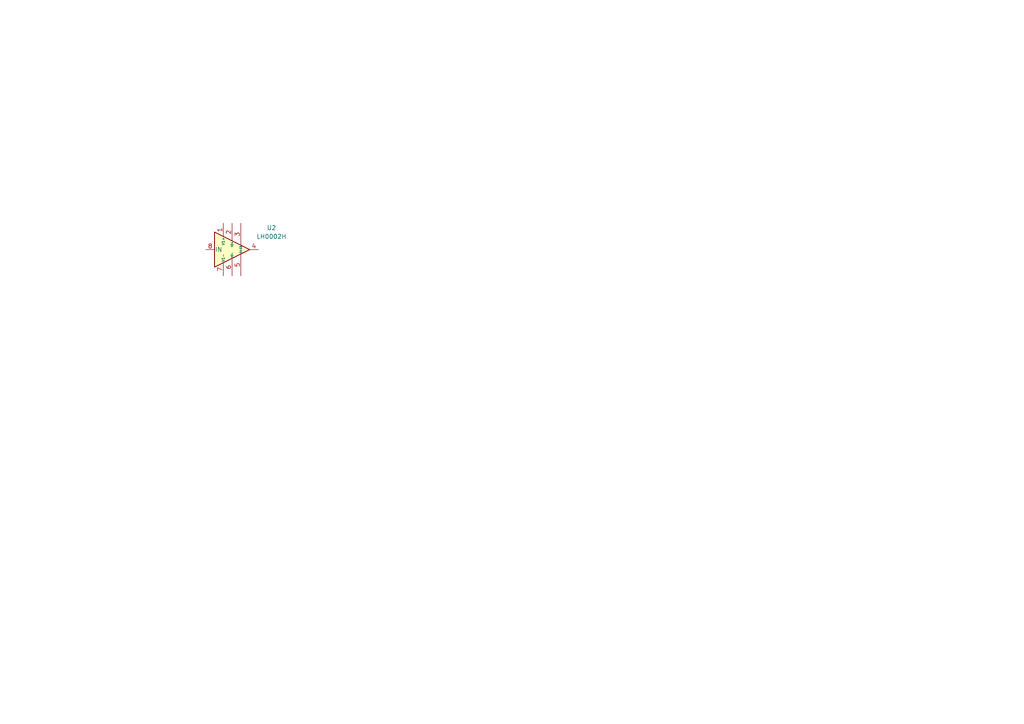
<source format=kicad_sch>
(kicad_sch
	(version 20231120)
	(generator "eeschema")
	(generator_version "8.0")
	(uuid "6276f13c-eab3-422f-8c5f-0d99d477f1fd")
	(paper "A4")
	(lib_symbols
		(symbol "Amplifier_Buffer:LH0002H"
			(pin_names
				(offset 0.127)
			)
			(exclude_from_sim no)
			(in_bom yes)
			(on_board yes)
			(property "Reference" "U"
				(at 6.35 2.54 0)
				(effects
					(font
						(size 1.27 1.27)
					)
				)
			)
			(property "Value" "LH0002H"
				(at 7.62 -2.54 0)
				(effects
					(font
						(size 1.27 1.27)
					)
				)
			)
			(property "Footprint" "Package_TO_SOT_THT:TO-5-8"
				(at 0 0 0)
				(effects
					(font
						(size 1.27 1.27)
					)
					(hide yes)
				)
			)
			(property "Datasheet" "http://www.calogic.net/pdf/LH0002_Datasheet_Rev_A.pdf"
				(at 0 0 0)
				(effects
					(font
						(size 1.27 1.27)
					)
					(hide yes)
				)
			)
			(property "Description" "Wide-Band, High Current, Unity Gain Buffer Amplifier, TO-5-8"
				(at 0 0 0)
				(effects
					(font
						(size 1.27 1.27)
					)
					(hide yes)
				)
			)
			(property "ki_keywords" "Buffer"
				(at 0 0 0)
				(effects
					(font
						(size 1.27 1.27)
					)
					(hide yes)
				)
			)
			(property "ki_fp_filters" "TO?5*"
				(at 0 0 0)
				(effects
					(font
						(size 1.27 1.27)
					)
					(hide yes)
				)
			)
			(symbol "LH0002H_0_1"
				(polyline
					(pts
						(xy 5.08 0) (xy -5.08 5.08) (xy -5.08 -5.08) (xy 5.08 0)
					)
					(stroke
						(width 0.254)
						(type default)
					)
					(fill
						(type background)
					)
				)
			)
			(symbol "LH0002H_1_1"
				(pin power_in line
					(at -2.54 7.62 270)
					(length 3.81)
					(name "V1+"
						(effects
							(font
								(size 0.762 0.762)
							)
						)
					)
					(number "1"
						(effects
							(font
								(size 1.27 1.27)
							)
						)
					)
				)
				(pin power_in line
					(at 0 7.62 270)
					(length 5.08)
					(name "V2+"
						(effects
							(font
								(size 0.508 0.508)
							)
						)
					)
					(number "2"
						(effects
							(font
								(size 1.27 1.27)
							)
						)
					)
				)
				(pin passive line
					(at 2.54 7.62 270)
					(length 6.35)
					(name "E3"
						(effects
							(font
								(size 0.508 0.508)
							)
						)
					)
					(number "3"
						(effects
							(font
								(size 1.27 1.27)
							)
						)
					)
				)
				(pin output line
					(at 7.62 0 180)
					(length 2.54)
					(name "~"
						(effects
							(font
								(size 1.27 1.27)
							)
						)
					)
					(number "4"
						(effects
							(font
								(size 1.27 1.27)
							)
						)
					)
				)
				(pin passive line
					(at 2.54 -7.62 90)
					(length 6.35)
					(name "E4"
						(effects
							(font
								(size 0.508 0.508)
							)
						)
					)
					(number "5"
						(effects
							(font
								(size 1.27 1.27)
							)
						)
					)
				)
				(pin power_in line
					(at 0 -7.62 90)
					(length 5.08)
					(name "V2-"
						(effects
							(font
								(size 0.508 0.508)
							)
						)
					)
					(number "6"
						(effects
							(font
								(size 1.27 1.27)
							)
						)
					)
				)
				(pin power_in line
					(at -2.54 -7.62 90)
					(length 3.81)
					(name "V1-"
						(effects
							(font
								(size 0.762 0.762)
							)
						)
					)
					(number "7"
						(effects
							(font
								(size 1.27 1.27)
							)
						)
					)
				)
				(pin input line
					(at -7.62 0 0)
					(length 2.54)
					(name "IN"
						(effects
							(font
								(size 1.27 1.27)
							)
						)
					)
					(number "8"
						(effects
							(font
								(size 1.27 1.27)
							)
						)
					)
				)
			)
		)
	)
	(symbol
		(lib_id "Amplifier_Buffer:LH0002H")
		(at 67.31 72.39 0)
		(unit 1)
		(exclude_from_sim no)
		(in_bom yes)
		(on_board yes)
		(dnp no)
		(fields_autoplaced yes)
		(uuid "4fdd358b-4d92-49ab-860b-abafddaf05d7")
		(property "Reference" "U2"
			(at 78.74 66.0714 0)
			(effects
				(font
					(size 1.27 1.27)
				)
			)
		)
		(property "Value" "LH0002H"
			(at 78.74 68.6114 0)
			(effects
				(font
					(size 1.27 1.27)
				)
			)
		)
		(property "Footprint" "Package_TO_SOT_THT:TO-5-8"
			(at 67.31 72.39 0)
			(effects
				(font
					(size 1.27 1.27)
				)
				(hide yes)
			)
		)
		(property "Datasheet" "http://www.calogic.net/pdf/LH0002_Datasheet_Rev_A.pdf"
			(at 67.31 72.39 0)
			(effects
				(font
					(size 1.27 1.27)
				)
				(hide yes)
			)
		)
		(property "Description" "Wide-Band, High Current, Unity Gain Buffer Amplifier, TO-5-8"
			(at 67.31 72.39 0)
			(effects
				(font
					(size 1.27 1.27)
				)
				(hide yes)
			)
		)
		(pin "7"
			(uuid "c1b1f25f-4196-4f9a-ac92-6108e603a4ab")
		)
		(pin "2"
			(uuid "b601eb7e-2361-49ec-98b9-f010fdd4b8f6")
		)
		(pin "3"
			(uuid "84072ca8-2399-4104-bc30-c1080451e305")
		)
		(pin "1"
			(uuid "d37e114b-0813-405c-b98a-675eb10afed5")
		)
		(pin "5"
			(uuid "569c252d-0c58-4a93-8212-c8612f57649a")
		)
		(pin "6"
			(uuid "23d8fdab-d3ed-415c-81ba-85ef989d63b3")
		)
		(pin "8"
			(uuid "463f7901-def8-452e-a52a-689e9ce6f165")
		)
		(pin "4"
			(uuid "a7db703f-622c-4568-bbff-f469ba8cc4dc")
		)
		(instances
			(project ""
				(path "/6276f13c-eab3-422f-8c5f-0d99d477f1fd"
					(reference "U2")
					(unit 1)
				)
			)
		)
	)
	(sheet_instances
		(path "/"
			(page "1")
		)
	)
)

</source>
